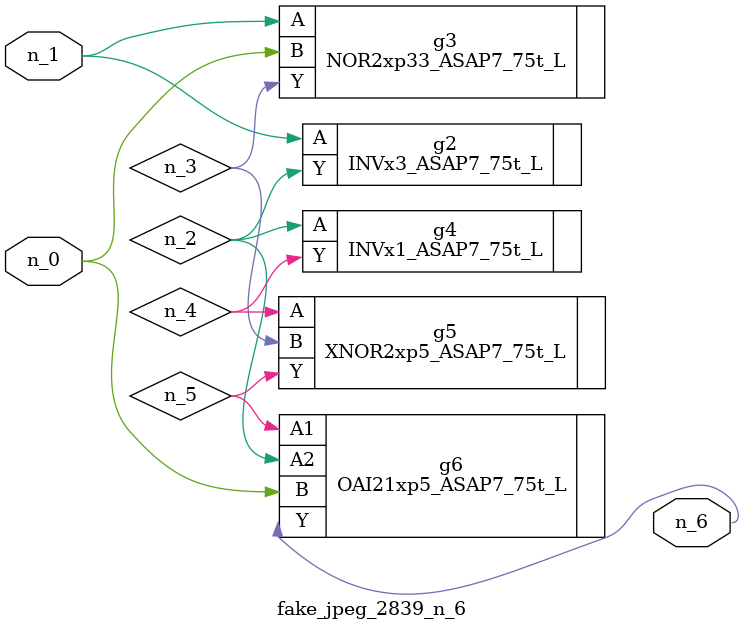
<source format=v>
module fake_jpeg_2839_n_6 (n_0, n_1, n_6);

input n_0;
input n_1;

output n_6;

wire n_3;
wire n_2;
wire n_4;
wire n_5;

INVx3_ASAP7_75t_L g2 ( 
.A(n_1),
.Y(n_2)
);

NOR2xp33_ASAP7_75t_L g3 ( 
.A(n_1),
.B(n_0),
.Y(n_3)
);

INVx1_ASAP7_75t_L g4 ( 
.A(n_2),
.Y(n_4)
);

XNOR2xp5_ASAP7_75t_L g5 ( 
.A(n_4),
.B(n_3),
.Y(n_5)
);

OAI21xp5_ASAP7_75t_L g6 ( 
.A1(n_5),
.A2(n_2),
.B(n_0),
.Y(n_6)
);


endmodule
</source>
